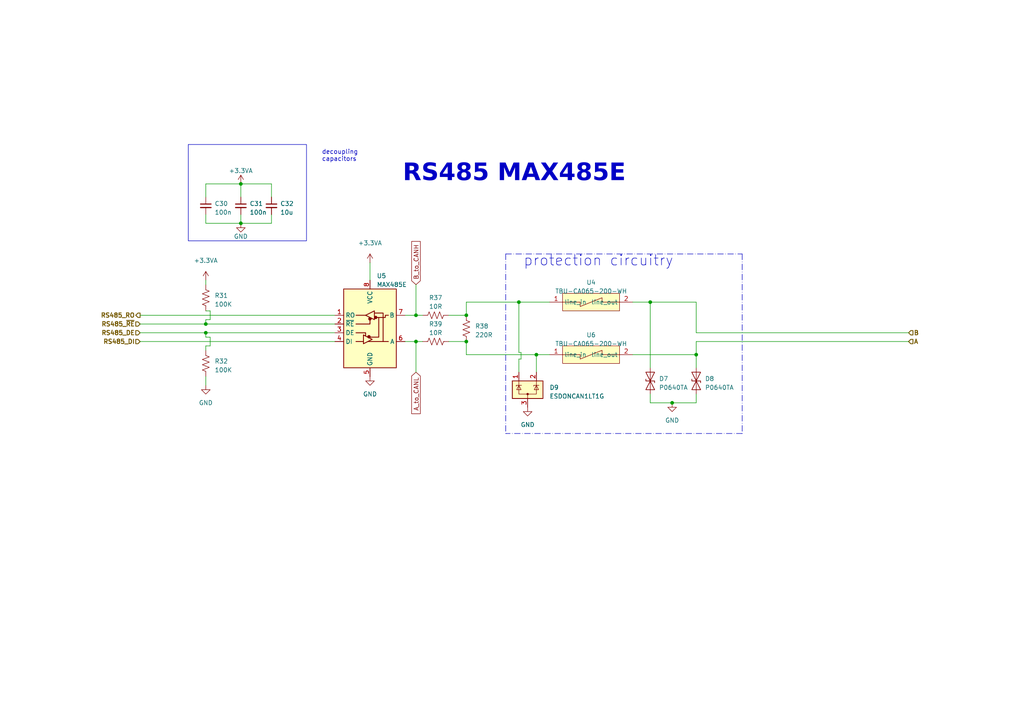
<source format=kicad_sch>
(kicad_sch (version 20230121) (generator eeschema)
  (paper "A4")
  (title_block (title "BIM BOARD") (date "2023-12-06") (rev "REV 2.0.0") (company "GEVITON") (comment 2 "Reviewed by: Timothy Kyalo") (comment 3 "Designed By: Robert Mutura") (comment 4 "BIM BOARD"))
  (lib_symbols
    (symbol "Device:C_Small" (pin_numbers hide) (pin_names (offset 0.254) hide)
      (property "Reference" "C" (at 0.254 1.778 0))
      (property "Value" "C_Small" (at 0.254 -2.032 0))
      (symbol "C_Small_0_1"
        (polyline (pts (xy -1.524 -0.508) (xy 1.524 -0.508)) (stroke (width 0.3302)))
        (polyline (pts (xy -1.524 0.508) (xy 1.524 0.508)) (stroke (width 0.3048)))
      )
      (symbol "C_Small_1_1"
        (pin passive line (at 0 2.54 270) (length 2.032) (name "~") (number "1"))
        (pin passive line (at 0 -2.54 90) (length 2.032) (name "~") (number "2"))
      )
    )
    (symbol "Device:R_US" (pin_numbers hide) (pin_names (offset 0))
      (property "Reference" "R" (at 2.54 0 90))
      (property "Value" "R_US" (at -2.54 0 90))
      (symbol "R_US_0_1"
        (polyline (pts (xy 0 -2.286) (xy 0 -2.54)))
        (polyline (pts (xy 0 2.286) (xy 0 2.54)))
        (polyline (pts (xy 0 -0.762) (xy 1.016 -1.143) (xy 0 -1.524) (xy -1.016 -1.905) (xy 0 -2.286)))
        (polyline (pts (xy 0 0.762) (xy 1.016 0.381) (xy 0 0) (xy -1.016 -0.381) (xy 0 -0.762)))
        (polyline (pts (xy 0 2.286) (xy 1.016 1.905) (xy 0 1.524) (xy -1.016 1.143) (xy 0 0.762)))
      )
      (symbol "R_US_1_1"
        (pin passive line (at 0 3.81 270) (length 1.27) (name "~") (number "1"))
        (pin passive line (at 0 -3.81 90) (length 1.27) (name "~") (number "2"))
      )
    )
    (symbol "Diode:SD05_SOD323" (pin_numbers hide) (pin_names (offset 1.016) hide)
      (property "Reference" "D" (at 0 2.54 0))
      (property "Value" "SD05_SOD323" (at 0 -2.54 0))
      (symbol "SD05_SOD323_0_1"
        (polyline (pts (xy 1.27 0) (xy -1.27 0)))
        (polyline (pts (xy -2.54 -1.27) (xy 0 0) (xy -2.54 1.27) (xy -2.54 -1.27)) (stroke (width 0.2032)))
        (polyline (pts (xy 0.508 1.27) (xy 0 1.27) (xy 0 -1.27) (xy -0.508 -1.27)) (stroke (width 0.2032)))
        (polyline (pts (xy 2.54 1.27) (xy 2.54 -1.27) (xy 0 0) (xy 2.54 1.27)) (stroke (width 0.2032)))
      )
      (symbol "SD05_SOD323_1_1"
        (pin passive line (at -3.81 0 0) (length 2.54) (name "A1") (number "1"))
        (pin passive line (at 3.81 0 180) (length 2.54) (name "A2") (number "2"))
      )
    )
    (symbol "Interface_UART:MAX485E"
      (property "Reference" "U" (at -6.096 11.43 0))
      (property "Value" "MAX485E" (at 0.762 11.43 0))
      (symbol "MAX485E_0_1"
        (rectangle (start -7.62 10.16) (end 7.62 -12.7) (stroke (width 0.254)) (fill (type background)))
        (circle (center -0.3048 -3.683) (radius 0.3556) (stroke (width 0.254)) (fill (type outline)))
        (circle (center -0.0254 1.4986) (radius 0.3556) (stroke (width 0.254)) (fill (type outline)))
        (polyline (pts (xy -4.064 -5.08) (xy -1.905 -5.08)) (stroke (width 0.254)))
        (polyline (pts (xy -4.064 2.54) (xy -1.27 2.54)) (stroke (width 0.254)))
        (polyline (pts (xy -1.27 -3.2004) (xy -1.27 -3.4544)) (stroke (width 0.254)))
        (polyline (pts (xy -0.635 -5.08) (xy 5.334 -5.08)) (stroke (width 0.254)))
        (polyline (pts (xy -4.064 -2.54) (xy -1.27 -2.54) (xy -1.27 -3.175)) (stroke (width 0.254)))
        (polyline (pts (xy 0 1.27) (xy 0 0) (xy -4.064 0)) (stroke (width 0.254)))
        (polyline (pts (xy 1.27 3.175) (xy 3.81 3.175) (xy 3.81 -5.08)) (stroke (width 0.254)))
        (polyline (pts (xy 2.54 1.905) (xy 2.54 -3.81) (xy 0 -3.81)) (stroke (width 0.254)))
        (polyline (pts (xy -1.905 -3.175) (xy -1.905 -5.715) (xy 0.635 -4.445) (xy -1.905 -3.175)) (stroke (width 0.254)))
        (polyline (pts (xy -1.27 2.54) (xy 1.27 3.81) (xy 1.27 1.27) (xy -1.27 2.54)) (stroke (width 0.254)))
        (polyline (pts (xy 1.905 1.905) (xy 4.445 1.905) (xy 4.445 2.54) (xy 5.334 2.54)) (stroke (width 0.254)))
        (rectangle (start 1.27 3.175) (end 1.27 3.175))
        (circle (center 1.651 1.905) (radius 0.3556) (stroke (width 0.254)) (fill (type outline)))
      )
      (symbol "MAX485E_1_1"
        (pin output line (at -10.16 2.54 0) (length 2.54) (name "RO") (number "1"))
        (pin input line (at -10.16 0 0) (length 2.54) (name "~{RE}") (number "2"))
        (pin input line (at -10.16 -2.54 0) (length 2.54) (name "DE") (number "3"))
        (pin input line (at -10.16 -5.08 0) (length 2.54) (name "DI") (number "4"))
        (pin power_in line (at 0 -15.24 90) (length 2.54) (name "GND") (number "5"))
        (pin bidirectional line (at 10.16 -5.08 180) (length 2.54) (name "A") (number "6"))
        (pin bidirectional line (at 10.16 2.54 180) (length 2.54) (name "B") (number "7"))
        (pin power_in line (at 0 12.7 270) (length 2.54) (name "VCC") (number "8"))
      )
    )
    (symbol "MCD_General:TBU-CA065-200-WH"
      (property "Reference" "U" (at 0 1.27 0))
      (property "Value" "TBU-CA065-200-WH" (at 0 -1.27 0))
      (symbol "TBU-CA065-200-WH_0_1"
        (rectangle (start -6.35 -5.08) (end -1.27 -5.08))
        (polyline (pts (xy 5.08 -5.08) (xy 10.16 -5.08)))
        (polyline (pts (xy -1.27 -5.08) (xy -1.27 -6.35) (xy 5.08 -3.81) (xy 5.08 -5.08)))
      )
      (symbol "TBU-CA065-200-WH_1_1"
        (rectangle (start -6.35 -2.54) (end 10.16 -7.62) (fill (type background)))
        (pin passive line (at -10.16 -5.08 0) (length 3.81) (name "line_in") (number "1"))
        (pin passive line (at 13.97 -5.08 180) (length 3.81) (name "line_out") (number "2"))
      )
    )
    (symbol "Power_Protection:SP0502BAHT" (pin_names hide)
      (property "Reference" "D" (at 5.715 2.54 0))
      (property "Value" "SP0502BAHT" (at 5.715 0.635 0))
      (symbol "SP0502BAHT_0_0"
        (pin passive line (at 0 -5.08 90) (length 2.54) (name "A") (number "3"))
      )
      (symbol "SP0502BAHT_0_1"
        (rectangle (start -4.445 2.54) (end 4.445 -2.54) (stroke (width 0.254)) (fill (type background)))
        (circle (center 0 -1.27) (radius 0.254) (fill (type outline)))
        (polyline (pts (xy -2.54 2.54) (xy -2.54 1.27)))
        (polyline (pts (xy 0 -1.27) (xy 0 -2.54)))
        (polyline (pts (xy 2.54 2.54) (xy 2.54 1.27)))
        (polyline (pts (xy -3.302 1.016) (xy -3.302 1.27) (xy -1.905 1.27) (xy -1.778 1.27)))
        (polyline (pts (xy -2.54 1.27) (xy -2.54 -1.27) (xy 2.54 -1.27) (xy 2.54 1.27)))
        (polyline (pts (xy -2.54 1.27) (xy -1.905 0) (xy -3.175 0) (xy -2.54 1.27)))
        (polyline (pts (xy 1.778 1.016) (xy 1.778 1.27) (xy 3.175 1.27) (xy 3.302 1.27)))
        (polyline (pts (xy 2.54 1.27) (xy 1.905 0) (xy 3.175 0) (xy 2.54 1.27)))
      )
      (symbol "SP0502BAHT_1_1"
        (pin passive line (at -2.54 5.08 270) (length 2.54) (name "K") (number "1"))
        (pin passive line (at 2.54 5.08 270) (length 2.54) (name "K") (number "2"))
      )
    )
    (symbol "power:+3.3VA" (power) (pin_names (offset 0))
      (property "Value" "+3.3VA" (at 0 3.556 0))
      (symbol "+3.3VA_0_1"
        (polyline (pts (xy -0.762 1.27) (xy 0 2.54)))
        (polyline (pts (xy 0 0) (xy 0 2.54)))
        (polyline (pts (xy 0 2.54) (xy 0.762 1.27)))
      )
      (symbol "+3.3VA_1_1"
        (pin power_in line (at 0 0 90) (length 0) hide (name "+3.3VA") (number "1"))
      )
    )
    (symbol "power:GND" (power) (pin_names (offset 0))
      (property "Value" "GND" (at 0 -3.81 0))
      (symbol "GND_0_1"
        (polyline (pts (xy 0 0) (xy 0 -1.27) (xy 1.27 -1.27) (xy 0 -2.54) (xy -1.27 -1.27) (xy 0 -1.27)))
      )
      (symbol "GND_1_1"
        (pin power_in line (at 0 0 270) (length 0) hide (name "GND") (number "1"))
      )
    )
  )
  (junction (at 150.495 87.63))
  (junction (at 135.255 91.44))
  (junction (at 188.595 87.63))
  (junction (at 120.65 99.06))
  (junction (at 59.69 93.98))
  (junction (at 194.945 116.84))
  (junction (at 135.255 99.06))
  (junction (at 69.85 64.77))
  (junction (at 155.575 102.87))
  (junction (at 120.65 91.44))
  (junction (at 69.85 53.34))
  (junction (at 201.93 102.87))
  (junction (at 59.69 96.52))
  (wire (pts (xy 120.65 91.44) (xy 122.555 91.44)))
  (wire (pts (xy 59.69 90.17) (xy 60.96 90.17)))
  (wire (pts (xy 59.69 109.22) (xy 59.69 111.76)))
  (wire (pts (xy 155.575 102.87) (xy 159.385 102.87)))
  (wire (pts (xy 117.475 91.44) (xy 120.65 91.44)))
  (wire (pts (xy 59.69 96.52) (xy 97.155 96.52)))
  (wire (pts (xy 78.74 53.34) (xy 78.74 57.15)))
  (wire (pts (xy 201.93 102.87) (xy 201.93 106.68)))
  (polyline (pts (xy 215.265 73.66) (xy 215.265 125.73)) (stroke (width 0) (type dash_dot)))
  (polyline (pts (xy 215.265 125.73) (xy 146.685 125.73)) (stroke (width 0) (type dash_dot)))
  (wire (pts (xy 183.515 87.63) (xy 188.595 87.63)))
  (wire (pts (xy 60.96 97.79) (xy 60.96 100.33)))
  (wire (pts (xy 155.575 107.95) (xy 155.575 102.87)))
  (wire (pts (xy 150.495 102.235) (xy 150.495 87.63)))
  (wire (pts (xy 107.315 76.2) (xy 107.315 81.28)))
  (wire (pts (xy 135.255 99.06) (xy 135.255 102.87)))
  (wire (pts (xy 201.93 116.84) (xy 201.93 114.3)))
  (wire (pts (xy 151.13 104.14) (xy 151.13 102.235)))
  (wire (pts (xy 69.85 64.77) (xy 78.74 64.77)))
  (wire (pts (xy 188.595 116.84) (xy 194.945 116.84)))
  (wire (pts (xy 59.69 93.98) (xy 97.155 93.98)))
  (wire (pts (xy 120.65 107.95) (xy 120.65 99.06)))
  (wire (pts (xy 40.64 93.98) (xy 59.69 93.98)))
  (wire (pts (xy 201.93 96.52) (xy 263.525 96.52)))
  (wire (pts (xy 59.69 100.33) (xy 59.69 101.6)))
  (wire (pts (xy 188.595 87.63) (xy 188.595 106.68)))
  (wire (pts (xy 69.85 53.34) (xy 69.85 57.15)))
  (wire (pts (xy 130.175 91.44) (xy 135.255 91.44)))
  (wire (pts (xy 117.475 99.06) (xy 120.65 99.06)))
  (wire (pts (xy 201.93 96.52) (xy 201.93 87.63)))
  (wire (pts (xy 201.93 99.06) (xy 263.525 99.06)))
  (wire (pts (xy 59.69 92.71) (xy 59.69 93.98)))
  (wire (pts (xy 120.65 82.55) (xy 120.65 91.44)))
  (wire (pts (xy 59.69 81.28) (xy 59.69 82.55)))
  (wire (pts (xy 60.96 100.33) (xy 59.69 100.33)))
  (wire (pts (xy 60.96 92.71) (xy 59.69 92.71)))
  (wire (pts (xy 59.69 97.79) (xy 60.96 97.79)))
  (wire (pts (xy 59.69 57.15) (xy 59.69 53.34)))
  (wire (pts (xy 59.69 64.77) (xy 59.69 62.23)))
  (polyline (pts (xy 146.685 73.66) (xy 215.265 73.66)) (stroke (width 0) (type dash_dot)))
  (wire (pts (xy 40.64 91.44) (xy 97.155 91.44)))
  (wire (pts (xy 69.85 62.23) (xy 69.85 64.77)))
  (wire (pts (xy 59.69 64.77) (xy 69.85 64.77)))
  (wire (pts (xy 150.495 87.63) (xy 159.385 87.63)))
  (wire (pts (xy 188.595 114.3) (xy 188.595 116.84)))
  (wire (pts (xy 120.65 99.06) (xy 122.555 99.06)))
  (wire (pts (xy 59.69 96.52) (xy 59.69 97.79)))
  (wire (pts (xy 135.255 87.63) (xy 150.495 87.63)))
  (wire (pts (xy 150.495 104.14) (xy 151.13 104.14)))
  (wire (pts (xy 201.93 99.06) (xy 201.93 102.87)))
  (polyline (pts (xy 146.685 73.66) (xy 146.685 125.73)) (stroke (width 0) (type dash_dot)))
  (wire (pts (xy 40.64 99.06) (xy 97.155 99.06)))
  (wire (pts (xy 183.515 102.87) (xy 201.93 102.87)))
  (wire (pts (xy 188.595 87.63) (xy 201.93 87.63)))
  (wire (pts (xy 150.495 107.95) (xy 150.495 104.14)))
  (wire (pts (xy 130.175 99.06) (xy 135.255 99.06)))
  (wire (pts (xy 135.255 102.87) (xy 155.575 102.87)))
  (wire (pts (xy 40.64 96.52) (xy 59.69 96.52)))
  (wire (pts (xy 69.85 53.34) (xy 78.74 53.34)))
  (wire (pts (xy 151.13 102.235) (xy 150.495 102.235)))
  (wire (pts (xy 135.255 91.44) (xy 135.255 87.63)))
  (wire (pts (xy 59.69 53.34) (xy 69.85 53.34)))
  (wire (pts (xy 78.74 62.23) (xy 78.74 64.77)))
  (wire (pts (xy 194.945 116.84) (xy 201.93 116.84)))
  (wire (pts (xy 60.96 90.17) (xy 60.96 92.71)))
  (rectangle (start 54.61 41.91) (end 88.9 69.85))
  (text "protection circuitry" (at 151.765 77.47 0) (effects (font (size 3 3)) (justify left bottom)))
  (text "RS485 MAX485E" (at 116.84 54.61 0) (effects (font (size 5 5) (thickness 1) bold) (justify left bottom)))
  (text "decoupling \ncapacitors" (at 93.345 46.99 0) (effects (font (size 1.27 1.27)) (justify left bottom)))
  (global_label "A_to_CANL" (shape input) (at 120.65 107.95 270) (property "Intersheetrefs" "${INTERSHEET_REFS}" (effects hide)))
  (global_label "B_to_CANH" (shape input) (at 120.65 82.55 90) (property "Intersheetrefs" "${INTERSHEET_REFS}" (effects hide)))
  (hierarchical_label "B" (shape input) (at 263.525 96.52 0) (effects (font bold)))
  (hierarchical_label "RS485_RO" (shape output) (at 40.64 91.44 180) (effects (font bold)))
  (hierarchical_label "RS485_DE" (shape input) (at 40.64 96.52 180) (effects (font bold)))
  (hierarchical_label "A" (shape input) (at 263.525 99.06 0) (effects (font bold)))
  (hierarchical_label "RS485_DI" (shape input) (at 40.64 99.06 180) (effects (font bold)))
  (hierarchical_label "RS485_~{RE}" (shape input) (at 40.64 93.98 180) (effects (font bold)))
  (symbol (lib_id "power:GND") (at 59.69 111.76 0) (unit 1)
    (property "Reference" "#PWR083" (effects hide))
    (property "Value" "GND" (at 59.69 116.84 0))
    (instances (project "BIM_PCB" (path "" (reference "#PWR083") (unit 1))) (project "MAX485" (path "" (reference "#PWR042") (unit 1))) (project "ELIESTER_V2" (path "" (reference "#PWR042") (unit 1))))
  )
  (symbol (lib_id "power:GND") (at 194.945 116.84 0) (unit 1)
    (property "Reference" "#PWR060" (effects hide))
    (property "Value" "GND" (at 194.945 121.92 0))
    (instances (project "BIM_PCB" (path "" (reference "#PWR060") (unit 1))) (project "MAX485" (path "" (reference "#PWR088") (unit 1))) (project "ELIESTER_V2" (path "" (reference "#PWR088") (unit 1))))
  )
  (symbol (lib_id "power:+3.3VA") (at 59.69 81.28 0) (unit 1)
    (property "Reference" "#PWR058" (effects hide))
    (property "Value" "+3.3VA" (at 59.69 75.565 0))
    (instances (project "BIM_PCB" (path "" (reference "#PWR058") (unit 1))) (project "MAX485" (path "" (reference "#PWR0105") (unit 1))) (project "ELIESTER_V2" (path "" (reference "#PWR0105") (unit 1)) (path "" (reference "#PWR090") (unit 1))))
  )
  (symbol (lib_id "MCD_General:TBU-CA065-200-WH") (at 169.545 82.55 0) (unit 1)
    (property "Reference" "U4" (at 171.45 81.915 0))
    (property "Value" "TBU-CA065-200-WH" (at 171.45 84.455 0))
    (property "Footprint" "MACHADA_footprints:TBU-CA065-200-WH" (effects hide))
    (instances (project "BIM_PCB" (path "" (reference "U4") (unit 1))) (project "MAX485" (path "" (reference "U13") (unit 1))) (project "ELIESTER_V2" (path "" (reference "U13") (unit 1))))
  )
  (symbol (lib_id "Device:R_US") (at 59.69 86.36 180) (unit 1)
    (property "Reference" "R31" (at 62.23 85.725 0) (effects (justify right)))
    (property "Value" "100K" (at 62.23 88.265 0) (effects (justify right)))
    (property "Footprint" "Resistor_SMD:R_0402_1005Metric" (effects hide))
    (instances (project "BIM_PCB" (path "" (reference "R31") (unit 1))) (project "MAX485" (path "" (reference "R42") (unit 1))) (project "ELIESTER_V2" (path "" (reference "R42") (unit 1))))
  )
  (symbol (lib_id "Device:R_US") (at 126.365 91.44 90) (unit 1)
    (property "Reference" "R37" (at 126.365 86.36 90))
    (property "Value" "10R" (at 126.365 88.9 90))
    (property "Footprint" "Resistor_SMD:R_0402_1005Metric" (effects hide))
    (instances (project "BIM_PCB" (path "" (reference "R37") (unit 1))) (project "MAX485" (path "" (reference "R42") (unit 1))) (project "ELIESTER_V2" (path "" (reference "R42") (unit 1))))
  )
  (symbol (lib_id "Device:R_US") (at 126.365 99.06 90) (unit 1)
    (property "Reference" "R39" (at 126.365 93.98 90))
    (property "Value" "10R" (at 126.365 96.52 90))
    (property "Footprint" "Resistor_SMD:R_0402_1005Metric" (effects hide))
    (instances (project "BIM_PCB" (path "" (reference "R39") (unit 1))) (project "MAX485" (path "" (reference "R44") (unit 1))) (project "ELIESTER_V2" (path "" (reference "R44") (unit 1))))
  )
  (symbol (lib_id "power:GND") (at 153.035 118.11 0) (unit 1)
    (property "Reference" "#PWR061" (effects hide))
    (property "Value" "GND" (at 153.035 123.19 0))
    (instances (project "BIM_PCB" (path "" (reference "#PWR061") (unit 1))) (project "MAX485" (path "" (reference "#PWR089") (unit 1))) (project "ELIESTER_V2" (path "" (reference "#PWR089") (unit 1))))
  )
  (symbol (lib_id "MCD_General:TBU-CA065-200-WH") (at 169.545 97.79 0) (unit 1)
    (property "Reference" "U6" (at 171.45 97.155 0))
    (property "Value" "TBU-CA065-200-WH" (at 171.45 99.695 0))
    (property "Footprint" "MACHADA_footprints:TBU-CA065-200-WH" (effects hide))
    (instances (project "BIM_PCB" (path "" (reference "U6") (unit 1))) (project "MAX485" (path "" (reference "U16") (unit 1))) (project "ELIESTER_V2" (path "" (reference "U16") (unit 1))))
  )
  (symbol (lib_id "power:+3.3VA") (at 69.85 53.34 0) (unit 1)
    (property "Reference" "#PWR053" (effects hide))
    (property "Value" "+3.3VA" (at 69.85 49.53 0))
    (instances (project "BIM_PCB" (path "" (reference "#PWR053") (unit 1))) (project "MAX485" (path "" (reference "#PWR0105") (unit 1))) (project "ELIESTER_V2" (path "" (reference "#PWR0105") (unit 1)) (path "" (reference "#PWR091") (unit 1))))
  )
  (symbol (lib_id "Device:C_Small") (at 59.69 59.69 0) (unit 1)
    (property "Reference" "C30" (at 62.23 59.0613 0) (effects (justify left)))
    (property "Value" "100n" (at 62.23 61.6013 0) (effects (justify left)))
    (property "Footprint" "Capacitor_SMD:C_0402_1005Metric" (effects hide))
    (instances (project "BIM_PCB" (path "" (reference "C30") (unit 1))) (project "MAX485" (path "" (reference "C61") (unit 1))) (project "ELIESTER_V2" (path "" (reference "C61") (unit 1))))
  )
  (symbol (lib_id "Diode:SD05_SOD323") (at 188.595 110.49 90) (unit 1)
    (property "Reference" "D7" (at 191.135 109.855 90) (effects (justify right)))
    (property "Value" "P0640TA" (at 191.135 112.395 90) (effects (justify right)))
    (property "Footprint" "Diode_SMD:D_SMA" (effects hide))
    (property "Datasheet" "https://www.littelfuse.com/~/media/electronics/datasheets/tvs_diode_arrays/littelfuse_tvs_diode_array_sd_c_datasheet.pdf.pdf" (effects hide))
    (instances (project "BIM_PCB" (path "" (reference "D7") (unit 1))) (project "MAX485" (path "" (reference "D14") (unit 1))) (project "ELIESTER_V2" (path "" (reference "D14") (unit 1))))
  )
  (symbol (lib_id "power:GND") (at 107.315 109.22 0) (unit 1)
    (property "Reference" "#PWR059" (effects hide))
    (property "Value" "GND" (at 107.315 114.3 0))
    (instances (project "BIM_PCB" (path "" (reference "#PWR059") (unit 1))) (project "MAX485" (path "" (reference "#PWR042") (unit 1))) (project "ELIESTER_V2" (path "" (reference "#PWR042") (unit 1))))
  )
  (symbol (lib_id "power:+3.3VA") (at 107.315 76.2 0) (unit 1)
    (property "Reference" "#PWR054" (effects hide))
    (property "Value" "+3.3VA" (at 107.315 70.485 0))
    (instances (project "BIM_PCB" (path "" (reference "#PWR054") (unit 1))) (project "MAX485" (path "" (reference "#PWR0105") (unit 1))) (project "ELIESTER_V2" (path "" (reference "#PWR0105") (unit 1)) (path "" (reference "#PWR090") (unit 1))))
  )
  (symbol (lib_id "power:GND") (at 69.85 64.77 0) (unit 1)
    (property "Reference" "#PWR055" (effects hide))
    (property "Value" "GND" (at 69.85 68.58 0))
    (instances (project "BIM_PCB" (path "" (reference "#PWR055") (unit 1))) (project "MAX485" (path "" (reference "#PWR092") (unit 1))) (project "ELIESTER_V2" (path "" (reference "#PWR092") (unit 1))))
  )
  (symbol (lib_id "Interface_UART:MAX485E") (at 107.315 93.98 0) (unit 1)
    (property "Reference" "U5" (at 109.2709 80.01 0) (effects (justify left)))
    (property "Value" "MAX485E" (at 109.2709 82.55 0) (effects (justify left)))
    (property "Footprint" "Package_SO:SOP-8_3.9x4.9mm_P1.27mm" (effects hide))
    (property "Datasheet" "https://datasheets.maximintegrated.com/en/ds/MAX1487E-MAX491E.pdf" (effects hide))
    (instances (project "BIM_PCB" (path "" (reference "U5") (unit 1))) (project "MAX485" (path "" (reference "U15") (unit 1))) (project "ELIESTER_V2" (path "" (reference "U15") (unit 1))))
  )
  (symbol (lib_id "Device:R_US") (at 59.69 105.41 180) (unit 1)
    (property "Reference" "R32" (at 62.23 104.775 0) (effects (justify right)))
    (property "Value" "100K" (at 62.23 107.315 0) (effects (justify right)))
    (property "Footprint" "Resistor_SMD:R_0402_1005Metric" (effects hide))
    (instances (project "BIM_PCB" (path "" (reference "R32") (unit 1))) (project "MAX485" (path "" (reference "R42") (unit 1))) (project "ELIESTER_V2" (path "" (reference "R42") (unit 1))))
  )
  (symbol (lib_id "Power_Protection:SP0502BAHT") (at 153.035 113.03 0) (unit 1)
    (property "Reference" "D9" (at 159.385 112.395 0) (effects (justify left)))
    (property "Value" "ESDONCAN1LT1G" (at 159.385 114.935 0) (effects (justify left)))
    (property "Footprint" "Package_TO_SOT_SMD:SOT-23" (effects hide))
    (property "Datasheet" "http://www.littelfuse.com/~/media/files/littelfuse/technical%20resources/documents/data%20sheets/sp05xxba.pdf" (effects hide))
    (instances (project "BIM_PCB" (path "" (reference "D9") (unit 1))) (project "MAX485" (path "" (reference "D16") (unit 1))) (project "ELIESTER_V2" (path "" (reference "D16") (unit 1))))
  )
  (symbol (lib_id "Device:R_US") (at 135.255 95.25 180) (unit 1)
    (property "Reference" "R38" (at 137.795 94.615 0) (effects (justify right)))
    (property "Value" "220R" (at 137.795 97.155 0) (effects (justify right)))
    (property "Footprint" "Resistor_SMD:R_0402_1005Metric" (effects hide))
    (instances (project "BIM_PCB" (path "" (reference "R38") (unit 1))) (project "MAX485" (path "" (reference "R43") (unit 1))) (project "ELIESTER_V2" (path "" (reference "R43") (unit 1))))
  )
  (symbol (lib_id "Device:C_Small") (at 69.85 59.69 0) (unit 1)
    (property "Reference" "C31" (at 72.39 59.0613 0) (effects (justify left)))
    (property "Value" "100n" (at 72.39 61.6013 0) (effects (justify left)))
    (property "Footprint" "Capacitor_SMD:C_0402_1005Metric" (effects hide))
    (instances (project "BIM_PCB" (path "" (reference "C31") (unit 1))) (project "MAX485" (path "" (reference "C62") (unit 1))) (project "ELIESTER_V2" (path "" (reference "C62") (unit 1))))
  )
  (symbol (lib_id "Device:C_Small") (at 78.74 59.69 0) (unit 1)
    (property "Reference" "C32" (at 81.28 59.0613 0) (effects (justify left)))
    (property "Value" "10u" (at 81.28 61.6013 0) (effects (justify left)))
    (property "Footprint" "Capacitor_SMD:C_0402_1005Metric" (effects hide))
    (instances (project "BIM_PCB" (path "" (reference "C32") (unit 1))) (project "MAX485" (path "" (reference "C63") (unit 1))) (project "ELIESTER_V2" (path "" (reference "C63") (unit 1))))
  )
  (symbol (lib_id "Diode:SD05_SOD323") (at 201.93 110.49 90) (unit 1)
    (property "Reference" "D8" (at 204.47 109.855 90) (effects (justify right)))
    (property "Value" "P0640TA" (at 204.47 112.395 90) (effects (justify right)))
    (property "Footprint" "Diode_SMD:D_SMA" (effects hide))
    (property "Datasheet" "https://www.littelfuse.com/~/media/electronics/datasheets/tvs_diode_arrays/littelfuse_tvs_diode_array_sd_c_datasheet.pdf.pdf" (effects hide))
    (instances (project "BIM_PCB" (path "" (reference "D8") (unit 1))) (project "MAX485" (path "" (reference "D15") (unit 1))) (project "ELIESTER_V2" (path "" (reference "D15") (unit 1))))
  )
)
</source>
